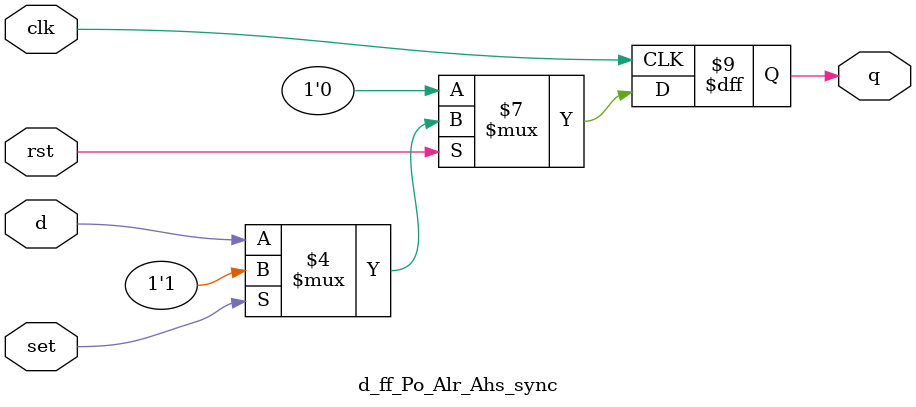
<source format=v>
`timescale 1ns / 1ps


module d_ff_Po_Alr_Ahs_sync(q,clk,d,rst,set);
input clk,d,rst,set;
output reg q;

always @(posedge clk ) begin
    if(!rst)
        q <= 0;
    else if(set)
        q <= 1;
    else 
        q <= d;
end
endmodule

</source>
